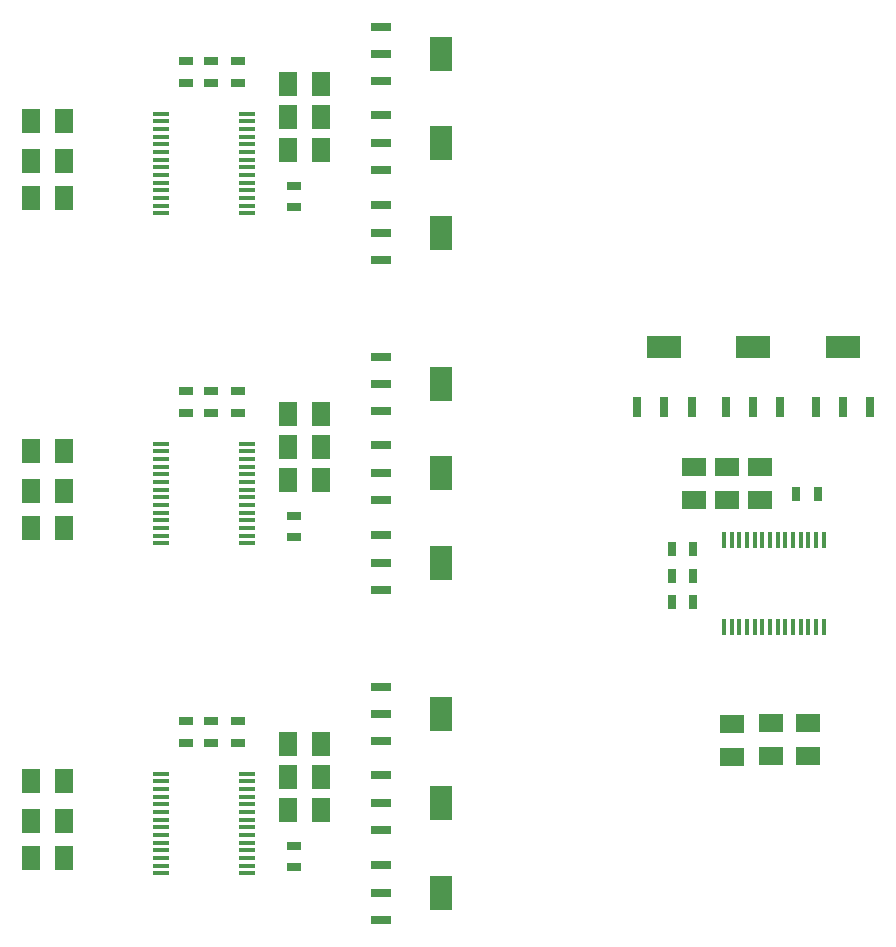
<source format=gtp>
G75*
G70*
%OFA0B0*%
%FSLAX24Y24*%
%IPPOS*%
%LPD*%
%AMOC8*
5,1,8,0,0,1.08239X$1,22.5*
%
%ADD10R,0.0315X0.0709*%
%ADD11R,0.1181X0.0728*%
%ADD12R,0.0787X0.0630*%
%ADD13R,0.0315X0.0472*%
%ADD14R,0.0137X0.0550*%
%ADD15R,0.0709X0.0315*%
%ADD16R,0.0728X0.1181*%
%ADD17R,0.0630X0.0787*%
%ADD18R,0.0472X0.0315*%
%ADD19R,0.0550X0.0137*%
D10*
X027277Y018729D03*
X028183Y018733D03*
X029088Y018729D03*
X030227Y018729D03*
X031133Y018733D03*
X032038Y018729D03*
X033227Y018729D03*
X034133Y018733D03*
X035038Y018729D03*
D11*
X034133Y020733D03*
X031133Y020733D03*
X028183Y020733D03*
D12*
X029183Y016734D03*
X030283Y016734D03*
X031383Y016734D03*
X031383Y015631D03*
X030283Y015631D03*
X029183Y015631D03*
X030427Y008165D03*
X030427Y007063D03*
X031733Y007081D03*
X031733Y008184D03*
X032983Y008184D03*
X032983Y007081D03*
D13*
X029137Y012233D03*
X028428Y012233D03*
X028428Y013083D03*
X029137Y013083D03*
X029137Y013983D03*
X028428Y013983D03*
X032578Y015833D03*
X033287Y015833D03*
D14*
X033240Y014272D03*
X032984Y014272D03*
X032728Y014272D03*
X032472Y014272D03*
X032216Y014272D03*
X031961Y014272D03*
X031705Y014272D03*
X031449Y014272D03*
X031193Y014272D03*
X030937Y014272D03*
X030681Y014272D03*
X030425Y014272D03*
X030169Y014272D03*
X033496Y014272D03*
X033496Y011393D03*
X033240Y011393D03*
X032984Y011393D03*
X032728Y011393D03*
X032472Y011393D03*
X032216Y011393D03*
X031961Y011393D03*
X031705Y011393D03*
X031449Y011393D03*
X031193Y011393D03*
X030937Y011393D03*
X030681Y011393D03*
X030425Y011393D03*
X030169Y011393D03*
D15*
X018729Y012627D03*
X018733Y013533D03*
X018729Y014438D03*
X018729Y015627D03*
X018733Y016533D03*
X018729Y017438D03*
X018729Y018577D03*
X018733Y019483D03*
X018729Y020388D03*
X018729Y023627D03*
X018733Y024533D03*
X018729Y025438D03*
X018729Y026627D03*
X018733Y027533D03*
X018729Y028438D03*
X018729Y029577D03*
X018733Y030483D03*
X018729Y031388D03*
X018729Y009388D03*
X018733Y008483D03*
X018729Y007577D03*
X018729Y006438D03*
X018733Y005533D03*
X018729Y004627D03*
X018729Y003438D03*
X018733Y002533D03*
X018729Y001627D03*
D16*
X020733Y002533D03*
X020733Y005533D03*
X020733Y008483D03*
X020733Y013533D03*
X020733Y016533D03*
X020733Y019483D03*
X020733Y024533D03*
X020733Y027533D03*
X020733Y030483D03*
D17*
X007081Y003683D03*
X008184Y003683D03*
X008184Y004933D03*
X007081Y004933D03*
X007063Y006238D03*
X008165Y006238D03*
X015631Y006383D03*
X016734Y006383D03*
X016734Y007483D03*
X015631Y007483D03*
X015631Y005283D03*
X016734Y005283D03*
X008184Y014683D03*
X007081Y014683D03*
X007081Y015933D03*
X008184Y015933D03*
X008165Y017238D03*
X007063Y017238D03*
X015631Y017383D03*
X016734Y017383D03*
X016734Y018483D03*
X015631Y018483D03*
X015631Y016283D03*
X016734Y016283D03*
X008184Y025683D03*
X007081Y025683D03*
X007081Y026933D03*
X008184Y026933D03*
X008165Y028238D03*
X007063Y028238D03*
X015631Y028383D03*
X016734Y028383D03*
X016734Y027283D03*
X015631Y027283D03*
X015631Y029483D03*
X016734Y029483D03*
D18*
X013983Y029528D03*
X013983Y030237D03*
X013083Y030237D03*
X013083Y029528D03*
X012233Y029528D03*
X012233Y030237D03*
X015833Y026087D03*
X015833Y025378D03*
X013983Y019237D03*
X013983Y018528D03*
X013083Y018528D03*
X013083Y019237D03*
X012233Y019237D03*
X012233Y018528D03*
X015833Y015087D03*
X015833Y014378D03*
X013983Y008237D03*
X013983Y007528D03*
X013083Y007528D03*
X013083Y008237D03*
X012233Y008237D03*
X012233Y007528D03*
X015833Y004087D03*
X015833Y003378D03*
D19*
X014272Y003425D03*
X014272Y003169D03*
X014272Y003681D03*
X014272Y003937D03*
X014272Y004193D03*
X014272Y004449D03*
X014272Y004705D03*
X014272Y004961D03*
X014272Y005216D03*
X014272Y005472D03*
X014272Y005728D03*
X014272Y005984D03*
X014272Y006240D03*
X014272Y006496D03*
X011393Y006496D03*
X011393Y006240D03*
X011393Y005984D03*
X011393Y005728D03*
X011393Y005472D03*
X011393Y005216D03*
X011393Y004961D03*
X011393Y004705D03*
X011393Y004449D03*
X011393Y004193D03*
X011393Y003937D03*
X011393Y003681D03*
X011393Y003425D03*
X011393Y003169D03*
X011393Y014169D03*
X011393Y014425D03*
X011393Y014681D03*
X011393Y014937D03*
X011393Y015193D03*
X011393Y015449D03*
X011393Y015705D03*
X011393Y015961D03*
X011393Y016216D03*
X011393Y016472D03*
X011393Y016728D03*
X011393Y016984D03*
X011393Y017240D03*
X011393Y017496D03*
X014272Y017496D03*
X014272Y017240D03*
X014272Y016984D03*
X014272Y016728D03*
X014272Y016472D03*
X014272Y016216D03*
X014272Y015961D03*
X014272Y015705D03*
X014272Y015449D03*
X014272Y015193D03*
X014272Y014937D03*
X014272Y014681D03*
X014272Y014425D03*
X014272Y014169D03*
X014272Y025169D03*
X014272Y025425D03*
X014272Y025681D03*
X014272Y025937D03*
X014272Y026193D03*
X014272Y026449D03*
X014272Y026705D03*
X014272Y026961D03*
X014272Y027216D03*
X014272Y027472D03*
X014272Y027728D03*
X014272Y027984D03*
X014272Y028240D03*
X014272Y028496D03*
X011393Y028496D03*
X011393Y028240D03*
X011393Y027984D03*
X011393Y027728D03*
X011393Y027472D03*
X011393Y027216D03*
X011393Y026961D03*
X011393Y026705D03*
X011393Y026449D03*
X011393Y026193D03*
X011393Y025937D03*
X011393Y025681D03*
X011393Y025425D03*
X011393Y025169D03*
M02*

</source>
